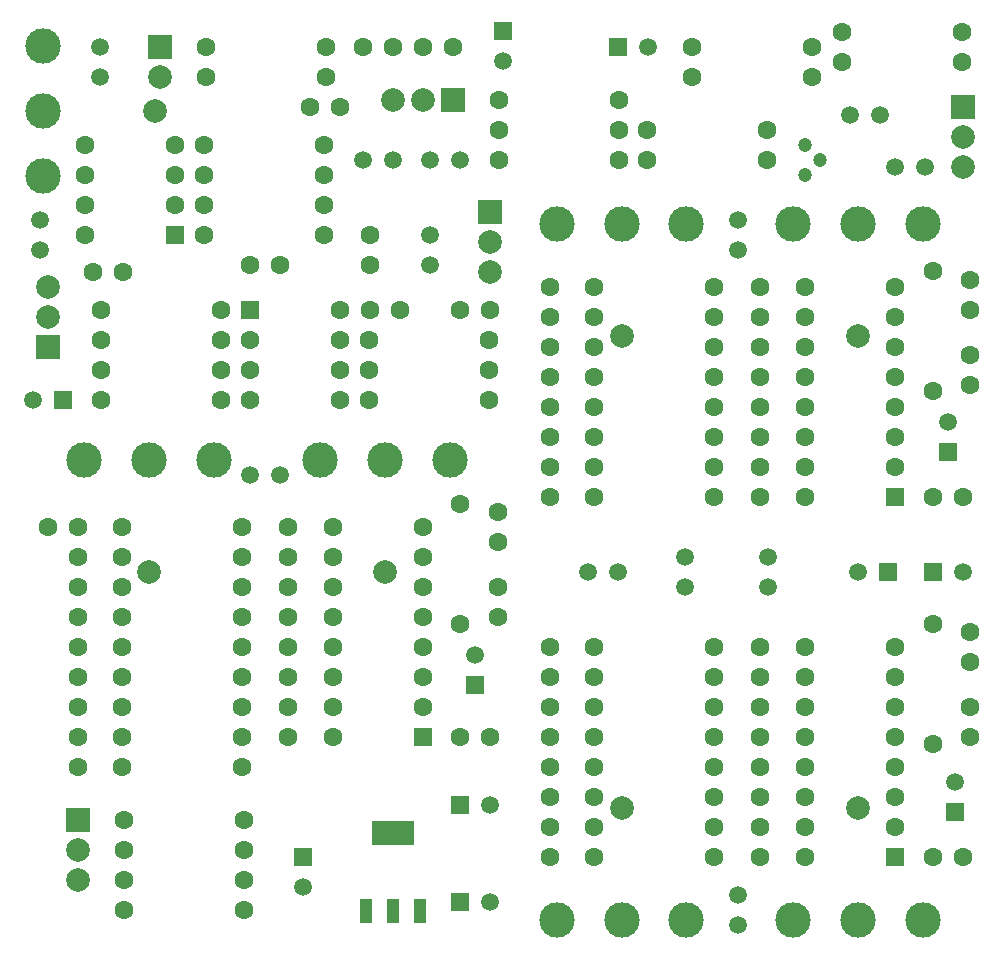
<source format=gts>
G04 (created by PCBNEW (2013-jul-07)-stable) date So 13 Dez 2015 15:06:15 CET*
%MOIN*%
G04 Gerber Fmt 3.4, Leading zero omitted, Abs format*
%FSLAX34Y34*%
G01*
G70*
G90*
G04 APERTURE LIST*
%ADD10C,0.00590551*%
%ADD11C,0.0787402*%
%ADD12C,0.11811*%
%ADD13R,0.144X0.08*%
%ADD14R,0.04X0.08*%
%ADD15C,0.0629921*%
%ADD16R,0.0787402X0.0787402*%
%ADD17R,0.0629921X0.0629921*%
%ADD18C,0.0590551*%
%ADD19R,0.0590551X0.0590551*%
%ADD20C,0.0472441*%
G04 APERTURE END LIST*
G54D10*
G54D11*
X51574Y-25393D03*
G54D12*
X72834Y-29133D03*
X75000Y-29133D03*
X77165Y-29133D03*
X77165Y-52362D03*
X75000Y-52362D03*
X72834Y-52362D03*
X47834Y-27559D03*
X47834Y-25393D03*
X47834Y-23228D03*
X69291Y-52362D03*
X67125Y-52362D03*
X64960Y-52362D03*
X49212Y-37007D03*
X51377Y-37007D03*
X53543Y-37007D03*
X64960Y-29133D03*
X67125Y-29133D03*
X69291Y-29133D03*
X57086Y-37007D03*
X59251Y-37007D03*
X61417Y-37007D03*
G54D13*
X59500Y-49450D03*
G54D14*
X59500Y-52050D03*
X60400Y-52050D03*
X58600Y-52050D03*
G54D15*
X63031Y-25000D03*
X67031Y-25000D03*
X74471Y-23750D03*
X78471Y-23750D03*
X73469Y-23250D03*
X69469Y-23250D03*
X61750Y-42469D03*
X61750Y-38469D03*
X71969Y-27000D03*
X67969Y-27000D03*
X50531Y-50000D03*
X54531Y-50000D03*
X54469Y-40250D03*
X50469Y-40250D03*
X50531Y-51000D03*
X54531Y-51000D03*
X54469Y-39250D03*
X50469Y-39250D03*
X78469Y-22750D03*
X74469Y-22750D03*
X66221Y-49250D03*
X70221Y-49250D03*
X50481Y-47250D03*
X54481Y-47250D03*
X67971Y-26000D03*
X71971Y-26000D03*
X54469Y-44250D03*
X50469Y-44250D03*
X53281Y-23250D03*
X57281Y-23250D03*
X63031Y-27000D03*
X67031Y-27000D03*
X53281Y-24250D03*
X57281Y-24250D03*
X67029Y-26000D03*
X63029Y-26000D03*
X57219Y-26500D03*
X53219Y-26500D03*
X57219Y-29500D03*
X53219Y-29500D03*
X57219Y-27500D03*
X53219Y-27500D03*
X57219Y-28500D03*
X53219Y-28500D03*
X49781Y-32000D03*
X53781Y-32000D03*
X62719Y-33000D03*
X58719Y-33000D03*
X62719Y-35000D03*
X58719Y-35000D03*
X62719Y-34000D03*
X58719Y-34000D03*
X77500Y-46469D03*
X77500Y-42469D03*
X49781Y-35000D03*
X53781Y-35000D03*
X53779Y-34000D03*
X49779Y-34000D03*
X49781Y-33000D03*
X53781Y-33000D03*
X66221Y-35250D03*
X70221Y-35250D03*
X70219Y-32250D03*
X66219Y-32250D03*
X70219Y-31250D03*
X66219Y-31250D03*
X70219Y-33250D03*
X66219Y-33250D03*
X69471Y-24250D03*
X73471Y-24250D03*
X70219Y-36250D03*
X66219Y-36250D03*
X70219Y-34250D03*
X66219Y-34250D03*
X66221Y-37250D03*
X70221Y-37250D03*
X66221Y-38250D03*
X70221Y-38250D03*
X77500Y-34719D03*
X77500Y-30719D03*
X66221Y-43250D03*
X70221Y-43250D03*
X70219Y-46250D03*
X66219Y-46250D03*
X50481Y-45250D03*
X54481Y-45250D03*
X70219Y-45250D03*
X66219Y-45250D03*
X54469Y-43250D03*
X50469Y-43250D03*
X54469Y-41250D03*
X50469Y-41250D03*
X54469Y-42250D03*
X50469Y-42250D03*
X50481Y-46250D03*
X54481Y-46250D03*
X70219Y-44250D03*
X66219Y-44250D03*
X66221Y-50250D03*
X70221Y-50250D03*
X70219Y-48250D03*
X66219Y-48250D03*
X70219Y-47250D03*
X66219Y-47250D03*
G54D16*
X49000Y-49000D03*
G54D11*
X49000Y-50000D03*
X49000Y-51000D03*
G54D16*
X48000Y-33250D03*
G54D11*
X48000Y-32250D03*
X48000Y-31250D03*
G54D16*
X78500Y-25250D03*
G54D11*
X78500Y-26250D03*
X78500Y-27250D03*
G54D16*
X62750Y-28750D03*
G54D11*
X62750Y-29750D03*
X62750Y-30750D03*
G54D16*
X61500Y-25000D03*
G54D11*
X60500Y-25000D03*
X59500Y-25000D03*
G54D16*
X51750Y-23250D03*
G54D11*
X51750Y-24250D03*
G54D17*
X52250Y-29500D03*
G54D15*
X52250Y-28500D03*
X52250Y-27500D03*
X52250Y-26500D03*
X49250Y-26500D03*
X49250Y-27500D03*
X49250Y-28500D03*
X49250Y-29500D03*
G54D17*
X54750Y-32000D03*
G54D15*
X54750Y-33000D03*
X54750Y-34000D03*
X54750Y-35000D03*
X57750Y-35000D03*
X57750Y-34000D03*
X57750Y-33000D03*
X57750Y-32000D03*
G54D17*
X76250Y-38250D03*
G54D15*
X76250Y-37250D03*
X76250Y-36250D03*
X76250Y-35250D03*
X76250Y-34250D03*
X76250Y-33250D03*
X76250Y-32250D03*
X76250Y-31250D03*
X73250Y-31250D03*
X73250Y-32250D03*
X73250Y-33250D03*
X73250Y-34250D03*
X73250Y-35250D03*
X73250Y-36250D03*
X73250Y-37250D03*
X73250Y-38250D03*
G54D17*
X76250Y-50250D03*
G54D15*
X76250Y-49250D03*
X76250Y-48250D03*
X76250Y-47250D03*
X76250Y-46250D03*
X76250Y-45250D03*
X76250Y-44250D03*
X76250Y-43250D03*
X73250Y-43250D03*
X73250Y-44250D03*
X73250Y-45250D03*
X73250Y-46250D03*
X73250Y-47250D03*
X73250Y-48250D03*
X73250Y-49250D03*
X73250Y-50250D03*
G54D17*
X60500Y-46250D03*
G54D15*
X60500Y-45250D03*
X60500Y-44250D03*
X60500Y-43250D03*
X60500Y-42250D03*
X60500Y-41250D03*
X60500Y-40250D03*
X60500Y-39250D03*
X57500Y-39250D03*
X57500Y-40250D03*
X57500Y-41250D03*
X57500Y-42250D03*
X57500Y-43250D03*
X57500Y-44250D03*
X57500Y-45250D03*
X57500Y-46250D03*
X50531Y-52000D03*
X54531Y-52000D03*
X50531Y-49000D03*
X54531Y-49000D03*
G54D18*
X68000Y-23250D03*
G54D19*
X67000Y-23250D03*
G54D18*
X75000Y-40750D03*
G54D19*
X76000Y-40750D03*
G54D18*
X78000Y-35750D03*
G54D19*
X78000Y-36750D03*
G54D18*
X63188Y-23728D03*
G54D19*
X63188Y-22728D03*
G54D18*
X62750Y-51750D03*
G54D19*
X61750Y-51750D03*
G54D18*
X47500Y-35000D03*
G54D19*
X48500Y-35000D03*
G54D18*
X78250Y-47750D03*
G54D19*
X78250Y-48750D03*
G54D18*
X56500Y-51250D03*
G54D19*
X56500Y-50250D03*
G54D18*
X62250Y-43500D03*
G54D19*
X62250Y-44500D03*
G54D18*
X62750Y-48500D03*
G54D19*
X61750Y-48500D03*
G54D18*
X78500Y-40750D03*
G54D19*
X77500Y-40750D03*
G54D18*
X49750Y-24250D03*
X49750Y-23250D03*
X69250Y-40250D03*
X69250Y-41250D03*
X71000Y-29000D03*
X71000Y-30000D03*
X47750Y-29000D03*
X47750Y-30000D03*
X71000Y-52500D03*
X71000Y-51500D03*
X55750Y-37500D03*
X54750Y-37500D03*
X60750Y-29500D03*
X60750Y-30500D03*
X67000Y-40750D03*
X66000Y-40750D03*
X72000Y-40250D03*
X72000Y-41250D03*
G54D15*
X78500Y-38250D03*
X77500Y-38250D03*
X78750Y-45250D03*
X78750Y-46250D03*
X78750Y-43750D03*
X78750Y-42750D03*
X64750Y-34250D03*
X64750Y-33250D03*
X78750Y-33500D03*
X78750Y-34500D03*
X78500Y-50250D03*
X77500Y-50250D03*
X64750Y-43250D03*
X64750Y-44250D03*
X78750Y-31000D03*
X78750Y-32000D03*
X71750Y-31250D03*
X71750Y-32250D03*
X64750Y-37250D03*
X64750Y-38250D03*
X64750Y-32250D03*
X64750Y-31250D03*
X71750Y-38250D03*
X71750Y-37250D03*
X58750Y-32000D03*
X59750Y-32000D03*
X71750Y-36250D03*
X71750Y-35250D03*
X71750Y-33250D03*
X71750Y-34250D03*
X58750Y-30500D03*
X58750Y-29500D03*
X49000Y-44250D03*
X49000Y-45250D03*
X49500Y-30750D03*
X50500Y-30750D03*
X55750Y-30500D03*
X54750Y-30500D03*
X62750Y-32000D03*
X61750Y-32000D03*
X56750Y-25250D03*
X57750Y-25250D03*
X59500Y-23250D03*
X58500Y-23250D03*
X60500Y-23250D03*
X61500Y-23250D03*
X62750Y-46250D03*
X61750Y-46250D03*
X63000Y-41250D03*
X63000Y-42250D03*
X63000Y-38750D03*
X63000Y-39750D03*
X49000Y-40250D03*
X49000Y-41250D03*
X49000Y-47250D03*
X49000Y-46250D03*
X64750Y-36250D03*
X64750Y-35250D03*
X64750Y-47250D03*
X64750Y-48250D03*
X71750Y-43250D03*
X71750Y-44250D03*
X71735Y-45245D03*
X71735Y-46245D03*
X71735Y-48245D03*
X71735Y-47245D03*
X71735Y-50245D03*
X71735Y-49245D03*
X48000Y-39250D03*
X49000Y-39250D03*
X49000Y-43250D03*
X49000Y-42250D03*
X56000Y-46250D03*
X56000Y-45250D03*
X56000Y-44250D03*
X56000Y-43250D03*
X64750Y-46250D03*
X64750Y-45250D03*
X56000Y-41250D03*
X56000Y-42250D03*
X56000Y-39250D03*
X56000Y-40250D03*
X64750Y-49250D03*
X64750Y-50250D03*
G54D11*
X67125Y-48622D03*
X75000Y-48622D03*
X51377Y-40748D03*
X59251Y-40748D03*
X75000Y-32874D03*
X67125Y-32874D03*
G54D20*
X73750Y-27000D03*
X73250Y-27500D03*
X73250Y-26500D03*
G54D18*
X60750Y-27000D03*
X61750Y-27000D03*
X58500Y-27000D03*
X59500Y-27000D03*
X77250Y-27250D03*
X76250Y-27250D03*
X75750Y-25500D03*
X74750Y-25500D03*
M02*

</source>
